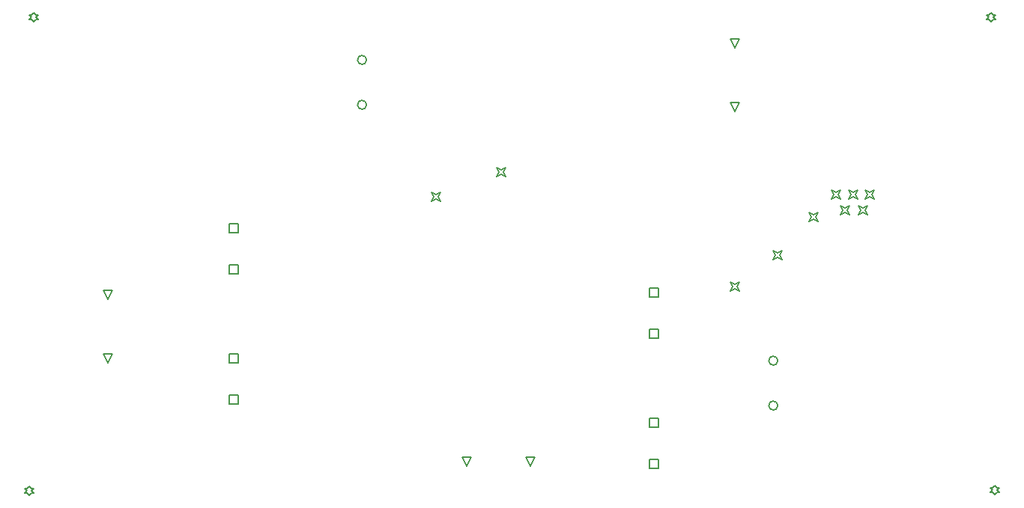
<source format=gbr>
%TF.GenerationSoftware,Altium Limited,Altium Designer,19.1.8 (144)*%
G04 Layer_Color=2752767*
%FSLAX26Y26*%
%MOIN*%
%TF.FileFunction,Drawing*%
%TF.Part,Single*%
G01*
G75*
%TA.AperFunction,NonConductor*%
%ADD59C,0.005000*%
%ADD60C,0.006667*%
D59*
X2870000Y200157D02*
Y240157D01*
X2910000D01*
Y200157D01*
X2870000D01*
X2869803Y383228D02*
Y423228D01*
X2909803D01*
Y383228D01*
X2869803D01*
X2870000Y961968D02*
Y1001968D01*
X2910000D01*
Y961968D01*
X2870000D01*
X2869803Y780866D02*
Y820866D01*
X2909803D01*
Y780866D01*
X2869803D01*
X999882Y487874D02*
Y527874D01*
X1039882D01*
Y487874D01*
X999882D01*
X999685Y670945D02*
Y710945D01*
X1039685D01*
Y670945D01*
X999685D01*
X999882Y1249685D02*
Y1289685D01*
X1039882D01*
Y1249685D01*
X999882D01*
X999685Y1068583D02*
Y1108583D01*
X1039685D01*
Y1068583D01*
X999685D01*
X2056535Y210000D02*
X2036535Y250000D01*
X2076535D01*
X2056535Y210000D01*
X2340000D02*
X2320000Y250000D01*
X2360000D01*
X2340000Y210000D01*
X460000Y953465D02*
X440000Y993465D01*
X480000D01*
X460000Y953465D01*
Y670000D02*
X440000Y710000D01*
X480000D01*
X460000Y670000D01*
X3250000Y2073465D02*
X3230000Y2113465D01*
X3270000D01*
X3250000Y2073465D01*
Y1790000D02*
X3230000Y1830000D01*
X3270000D01*
X3250000Y1790000D01*
X130000Y2190000D02*
X140000Y2200000D01*
X150000D01*
X140000Y2210000D01*
X150000Y2220000D01*
X140000D01*
X130000Y2230000D01*
X120000Y2220000D01*
X110000D01*
X120000Y2210000D01*
X110000Y2200000D01*
X120000D01*
X130000Y2190000D01*
X110000Y80000D02*
X120000Y90000D01*
X130000D01*
X120000Y100000D01*
X130000Y110000D01*
X120000D01*
X110000Y120000D01*
X100000Y110000D01*
X90000D01*
X100000Y100000D01*
X90000Y90000D01*
X100000D01*
X110000Y80000D01*
X4390000Y2190000D02*
X4400000Y2200000D01*
X4410000D01*
X4400000Y2210000D01*
X4410000Y2220000D01*
X4400000D01*
X4390000Y2230000D01*
X4380000Y2220000D01*
X4370000D01*
X4380000Y2210000D01*
X4370000Y2200000D01*
X4380000D01*
X4390000Y2190000D01*
X4406063Y82362D02*
X4416063Y92362D01*
X4426063D01*
X4416063Y102362D01*
X4426063Y112362D01*
X4416063D01*
X4406063Y122362D01*
X4396063Y112362D01*
X4386063D01*
X4396063Y102362D01*
X4386063Y92362D01*
X4396063D01*
X4406063Y82362D01*
X3830000Y1400000D02*
X3840000Y1420000D01*
X3830000Y1440000D01*
X3850000Y1430000D01*
X3870000Y1440000D01*
X3860000Y1420000D01*
X3870000Y1400000D01*
X3850000Y1410000D01*
X3830000Y1400000D01*
X3755354Y1400039D02*
X3765354Y1420039D01*
X3755354Y1440039D01*
X3775354Y1430039D01*
X3795354Y1440039D01*
X3785354Y1420039D01*
X3795354Y1400039D01*
X3775354Y1410039D01*
X3755354Y1400039D01*
X3680000Y1400000D02*
X3690000Y1420000D01*
X3680000Y1440000D01*
X3700000Y1430000D01*
X3720000Y1440000D01*
X3710000Y1420000D01*
X3720000Y1400000D01*
X3700000Y1410000D01*
X3680000Y1400000D01*
X3800000Y1330000D02*
X3810000Y1350000D01*
X3800000Y1370000D01*
X3820000Y1360000D01*
X3840000Y1370000D01*
X3830000Y1350000D01*
X3840000Y1330000D01*
X3820000Y1340000D01*
X3800000Y1330000D01*
X3720000D02*
X3730000Y1350000D01*
X3720000Y1370000D01*
X3740000Y1360000D01*
X3760000Y1370000D01*
X3750000Y1350000D01*
X3760000Y1330000D01*
X3740000Y1340000D01*
X3720000Y1330000D01*
X3580000Y1300000D02*
X3590000Y1320000D01*
X3580000Y1340000D01*
X3600000Y1330000D01*
X3620000Y1340000D01*
X3610000Y1320000D01*
X3620000Y1300000D01*
X3600000Y1310000D01*
X3580000Y1300000D01*
X1900000Y1390000D02*
X1910000Y1410000D01*
X1900000Y1430000D01*
X1920000Y1420000D01*
X1940000Y1430000D01*
X1930000Y1410000D01*
X1940000Y1390000D01*
X1920000Y1400000D01*
X1900000Y1390000D01*
X2190000Y1500000D02*
X2200000Y1520000D01*
X2190000Y1540000D01*
X2210000Y1530000D01*
X2230000Y1540000D01*
X2220000Y1520000D01*
X2230000Y1500000D01*
X2210000Y1510000D01*
X2190000Y1500000D01*
X3420000Y1130000D02*
X3430000Y1150000D01*
X3420000Y1170000D01*
X3440000Y1160000D01*
X3460000Y1170000D01*
X3450000Y1150000D01*
X3460000Y1130000D01*
X3440000Y1140000D01*
X3420000Y1130000D01*
X3230000Y990000D02*
X3240000Y1010000D01*
X3230000Y1030000D01*
X3250000Y1020000D01*
X3270000Y1030000D01*
X3260000Y1010000D01*
X3270000Y990000D01*
X3250000Y1000000D01*
X3230000Y990000D01*
D60*
X3440000Y480000D02*
G03*
X3440000Y480000I-20000J0D01*
G01*
Y680000D02*
G03*
X3440000Y680000I-20000J0D01*
G01*
X1610000Y1820000D02*
G03*
X1610000Y1820000I-20000J0D01*
G01*
Y2020000D02*
G03*
X1610000Y2020000I-20000J0D01*
G01*
%TF.MD5,fa561a8b8d7660da333a0bac95140ecf*%
M02*

</source>
